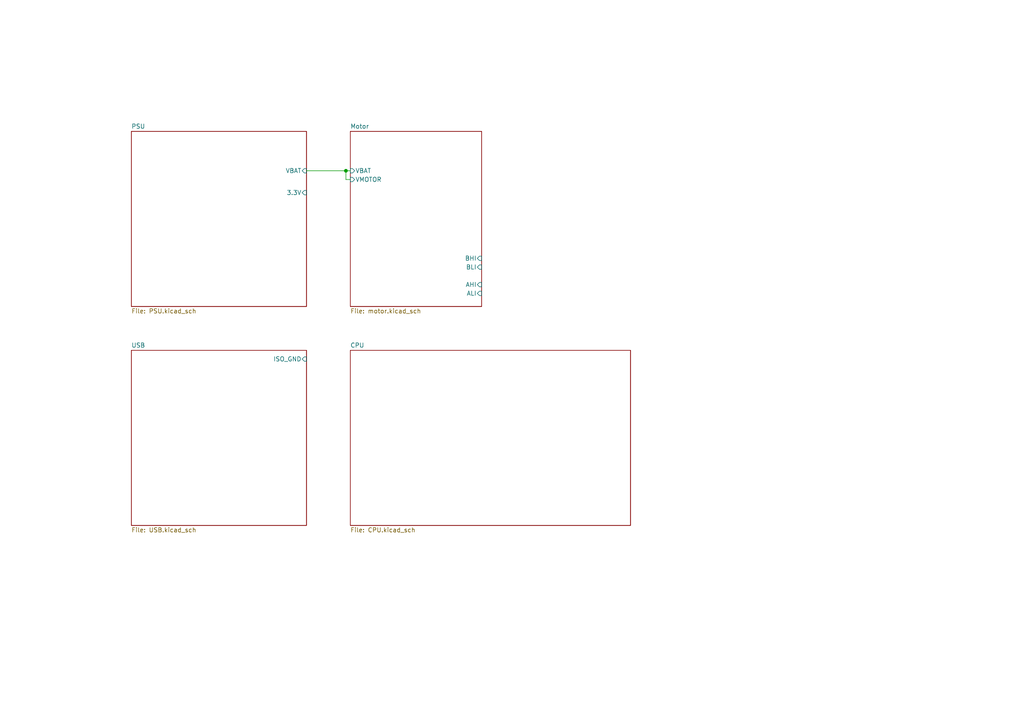
<source format=kicad_sch>
(kicad_sch
	(version 20231120)
	(generator "eeschema")
	(generator_version "8.0")
	(uuid "3c01c5e5-b584-4f51-a03f-dfc47f784e27")
	(paper "A4")
	(lib_symbols)
	(junction
		(at 100.33 49.53)
		(diameter 0)
		(color 0 0 0 0)
		(uuid "2be4c4da-b7b3-4395-ba0a-62b958605872")
	)
	(wire
		(pts
			(xy 100.33 49.53) (xy 101.6 49.53)
		)
		(stroke
			(width 0)
			(type default)
		)
		(uuid "09204ffa-9edb-407b-8e6a-f353eb58faf5")
	)
	(wire
		(pts
			(xy 88.9 49.53) (xy 100.33 49.53)
		)
		(stroke
			(width 0)
			(type default)
		)
		(uuid "0c1f1bd1-bc6a-4da2-a1f3-b0a1610b0c72")
	)
	(wire
		(pts
			(xy 100.33 52.07) (xy 101.6 52.07)
		)
		(stroke
			(width 0)
			(type default)
		)
		(uuid "a039ceb3-e6a6-4475-8c07-154a1758c76d")
	)
	(wire
		(pts
			(xy 100.33 49.53) (xy 100.33 52.07)
		)
		(stroke
			(width 0)
			(type default)
		)
		(uuid "a077ebea-a825-4380-b007-af6dc02dc190")
	)
	(sheet
		(at 101.6 38.1)
		(size 38.1 50.8)
		(fields_autoplaced yes)
		(stroke
			(width 0.1524)
			(type solid)
		)
		(fill
			(color 0 0 0 0.0000)
		)
		(uuid "4ecdd12e-4d80-4fd2-b609-b627b71fbb44")
		(property "Sheetname" "Motor"
			(at 101.6 37.3884 0)
			(effects
				(font
					(size 1.27 1.27)
				)
				(justify left bottom)
			)
		)
		(property "Sheetfile" "motor.kicad_sch"
			(at 101.6 89.4846 0)
			(effects
				(font
					(size 1.27 1.27)
				)
				(justify left top)
			)
		)
		(pin "VBAT" input
			(at 101.6 49.53 180)
			(effects
				(font
					(size 1.27 1.27)
				)
				(justify left)
			)
			(uuid "488b7c33-26f8-4a0b-ae01-fcbf9310f5a6")
		)
		(pin "BHI" input
			(at 139.7 74.93 0)
			(effects
				(font
					(size 1.27 1.27)
				)
				(justify right)
			)
			(uuid "1a669100-27c4-42bc-aaa9-2ac65cb82672")
		)
		(pin "BLI" input
			(at 139.7 77.47 0)
			(effects
				(font
					(size 1.27 1.27)
				)
				(justify right)
			)
			(uuid "a35580b0-8d75-44a1-9a77-53eaeb436ecc")
		)
		(pin "AHI" input
			(at 139.7 82.55 0)
			(effects
				(font
					(size 1.27 1.27)
				)
				(justify right)
			)
			(uuid "d44ae1cd-1fe5-4ce3-83f7-b81c5b644e36")
		)
		(pin "ALI" input
			(at 139.7 85.09 0)
			(effects
				(font
					(size 1.27 1.27)
				)
				(justify right)
			)
			(uuid "e2fb28c5-ae5d-4871-ab30-004362012a94")
		)
		(pin "VMOTOR" input
			(at 101.6 52.07 180)
			(effects
				(font
					(size 1.27 1.27)
				)
				(justify left)
			)
			(uuid "55113986-c6ff-4990-97e3-b29cbdd3c800")
		)
		(instances
			(project "Maker_Motor"
				(path "/3c01c5e5-b584-4f51-a03f-dfc47f784e27"
					(page "5")
				)
			)
		)
	)
	(sheet
		(at 38.1 38.1)
		(size 50.8 50.8)
		(fields_autoplaced yes)
		(stroke
			(width 0.1524)
			(type solid)
		)
		(fill
			(color 0 0 0 0.0000)
		)
		(uuid "58998c6a-97b9-4b17-9cfb-cae6b4986d42")
		(property "Sheetname" "PSU"
			(at 38.1 37.3884 0)
			(effects
				(font
					(size 1.27 1.27)
				)
				(justify left bottom)
			)
		)
		(property "Sheetfile" "PSU.kicad_sch"
			(at 38.1 89.4846 0)
			(effects
				(font
					(size 1.27 1.27)
				)
				(justify left top)
			)
		)
		(pin "VBAT" input
			(at 88.9 49.53 0)
			(effects
				(font
					(size 1.27 1.27)
				)
				(justify right)
			)
			(uuid "62b4e233-402f-4924-9e86-8e30d4b40f8f")
		)
		(pin "3.3V" input
			(at 88.9 55.88 0)
			(effects
				(font
					(size 1.27 1.27)
				)
				(justify right)
			)
			(uuid "df0dddcd-9411-4ad6-bf08-e3c548687157")
		)
		(instances
			(project "Maker_Motor"
				(path "/3c01c5e5-b584-4f51-a03f-dfc47f784e27"
					(page "2")
				)
			)
		)
	)
	(sheet
		(at 38.1 101.6)
		(size 50.8 50.8)
		(fields_autoplaced yes)
		(stroke
			(width 0.1524)
			(type solid)
		)
		(fill
			(color 0 0 0 0.0000)
		)
		(uuid "8a44d348-69b1-492e-85e3-33388513003b")
		(property "Sheetname" "USB"
			(at 38.1 100.8884 0)
			(effects
				(font
					(size 1.27 1.27)
				)
				(justify left bottom)
			)
		)
		(property "Sheetfile" "USB.kicad_sch"
			(at 38.1 152.9846 0)
			(effects
				(font
					(size 1.27 1.27)
				)
				(justify left top)
			)
		)
		(pin "ISO_GND" input
			(at 88.9 104.14 0)
			(effects
				(font
					(size 1.27 1.27)
				)
				(justify right)
			)
			(uuid "26ca7f92-de8a-4e71-b57e-8af3a349aa06")
		)
		(instances
			(project "Maker_Motor"
				(path "/3c01c5e5-b584-4f51-a03f-dfc47f784e27"
					(page "4")
				)
			)
		)
	)
	(sheet
		(at 101.6 101.6)
		(size 81.28 50.8)
		(fields_autoplaced yes)
		(stroke
			(width 0.1524)
			(type solid)
		)
		(fill
			(color 0 0 0 0.0000)
		)
		(uuid "ebf4446d-1827-4eb5-8374-c026884cf021")
		(property "Sheetname" "CPU"
			(at 101.6 100.8884 0)
			(effects
				(font
					(size 1.27 1.27)
				)
				(justify left bottom)
			)
		)
		(property "Sheetfile" "CPU.kicad_sch"
			(at 101.6 152.9846 0)
			(effects
				(font
					(size 1.27 1.27)
				)
				(justify left top)
			)
		)
		(instances
			(project "Maker_Motor"
				(path "/3c01c5e5-b584-4f51-a03f-dfc47f784e27"
					(page "3")
				)
			)
		)
	)
	(sheet_instances
		(path "/"
			(page "1")
		)
	)
)
</source>
